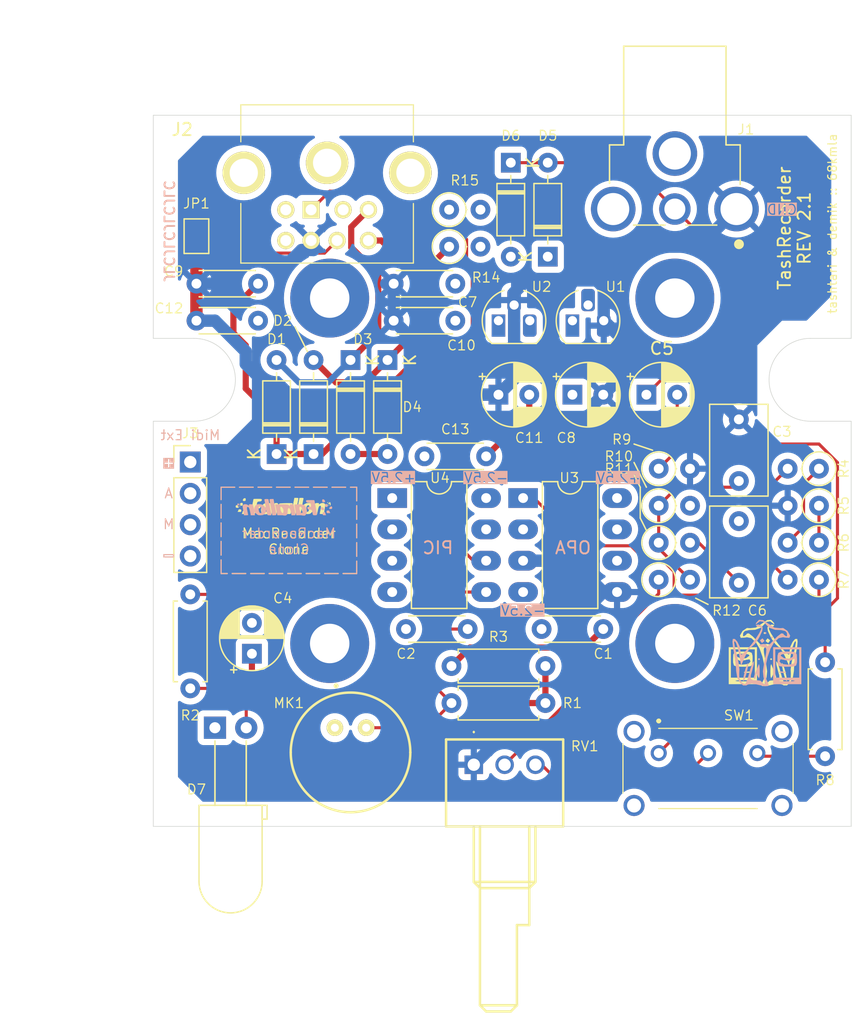
<source format=kicad_pcb>
(kicad_pcb (version 20240108) (generator "pcbnew") (generator_version "8.0")
  (title_block (title "TashRecorder") (date "2024-10-06") (rev "2.1") (company "Lostwave") (comment 1 "https://68kmla.org/bb/index.php?threads/tashrecorder-a-farallon-macrecorder-compatible-clone.47645/#post-534733") (comment 2 "https://github.com/lampmerchant/tashrecorder") (comment 3 "https://tinkerdifferent.com/threads/tashrecorder-a-farallon-macrecorder-compatible-clone.3632/"))
  (layers (0 "F.Cu" signal) (1 "In1.Cu" power) (2 "In2.Cu" signal) (31 "B.Cu" mixed) (34 "B.Paste" user) (35 "F.Paste" user) (36 "B.SilkS" user "B.Silkscreen") (37 "F.SilkS" user "F.Silkscreen") (38 "B.Mask" user) (39 "F.Mask" user) (44 "Edge.Cuts" user))
  (net 0 "")
  (net 1 "GND")
  (net 2 "Net-(C3-Pad1)")
  (net 3 "Net-(C2-Pad2)")
  (net 4 "Net-(MK1-+)")
  (net 5 "Net-(C4-Pad1)")
  (net 6 "Net-(D1-K)")
  (net 7 "Net-(D3-A)")
  (net 8 "-2V5")
  (net 9 "+2V5")
  (net 10 "Net-(D5-K)")
  (net 11 "Net-(D7-A)")
  (net 13 "/RXD-")
  (net 14 "/TXD+")
  (net 15 "/TXD-")
  (net 16 "Net-(U4-RA2)")
  (net 17 "/RXD+")
  (net 18 "/HSI")
  (net 19 "Net-(SW1-A)")
  (net 20 "Net-(U3A--)")
  (net 21 "Net-(C5-Pad2)")
  (net 22 "Net-(U3B--)")
  (net 23 "Net-(R12-Pad1)")
  (net 24 "Net-(SW1-C)")
  (net 25 "/MODE")
  (net 26 "/Audio")
  (net 27 "Net-(JP1-A)")
  (net 28 "Net-(SW1-B)")
  (net 29 "Net-(R4-Pad2)")
  (footprint "MountingHole:MountingHole_3.2mm_M3_Pad" (layer "F.Cu") (at 169.31 84.17)
    (property "Reference" "H2" (hide yes))
    (property "Value" "M3")
    (pad "1" thru_hole circle (at 0 0) (size 6.4 6.4) (drill 3.2) (layers "*.Cu" "*.Mask"))
  )
  (footprint "MountingHole:MountingHole_3.2mm_M3_Pad" (layer "F.Cu") (at 141.31 112.17)
    (property "Reference" "H3" (hide yes))
    (property "Value" "M3")
    (pad "1" thru_hole circle (at 0 0) (size 6.4 6.4) (drill 3.2) (layers "*.Cu" "*.Mask"))
  )
  (footprint "MountingHole:MountingHole_3.2mm_M3_Pad" (layer "F.Cu") (at 169.31 112.17)
    (property "Reference" "H4" (hide yes))
    (property "Value" "M3")
    (pad "1" thru_hole circle (at 0 0) (size 6.4 6.4) (drill 3.2) (layers "*.Cu" "*.Mask"))
  )
  (footprint "Resistor_THT:R_Axial_DIN0207_L6.3mm_D2.5mm_P7.62mm_Horizontal" (layer "F.Cu") (at 158.81 117 180)
    (property "Reference" "R1" (at -2.19 0 180) (layer "F.SilkS") (effects (font (size 0.8 0.8) (thickness 0.1))))
    (property "Value" "2.4kΩ")
    (pad "1" thru_hole circle (at 0 0 180) (size 1.6 1.6) (drill 0.8) (layers "*.Cu" "*.Mask") (net 5 "Net-(C4-Pad1)"))
    (pad "2" thru_hole oval (at 7.62 0 180) (size 1.6 1.6) (drill 0.8) (layers "*.Cu" "*.Mask") (net 4 "Net-(MK1-+)"))
  )
  (footprint "Package_TO_SOT_THT:TO-92_HandSolder" (layer "F.Cu") (at 161 86)
    (property "Reference" "U1" (at 3.5 -2.75 0) (layer "F.SilkS") (effects (font (size 0.8 0.8) (thickness 0.1))))
    (property "Value" "LM385Z-2.5")
    (pad "1" thru_hole rect (at 0 0) (size 1.1 1.8) (drill 0.75 (offset 0 0.4)) (layers "*.Cu" "*.Mask"))
    (pad "2" thru_hole roundrect (at 1.27 -1.27) (size 1.1 1.8) (drill 0.75 (offset 0 -0.4)) (layers "*.Cu" "*.Mask") (net 9 "+2V5"))
    (pad "3" thru_hole roundrect (at 2.54 0) (size 1.1 1.8) (drill 0.75 (offset 0 0.4)) (layers "*.Cu" "*.Mask") (net 1 "GND"))
  )
  (footprint "Package_DIP:DIP-8_W7.62mm_LongPads" (layer "F.Cu") (at 146.38 100.38)
    (property "Reference" "U4" (at 3.87 -1.63 0) (layer "F.SilkS") (effects (font (size 0.8 0.8) (thickness 0.1))))
    (property "Value" "PIC12F1501-xP")
    (pad "1" thru_hole rect (at 0 0) (size 2.4 1.6) (drill 0.8) (layers "*.Cu" "*.Mask") (net 9 "+2V5"))
    (pad "2" thru_hole oval (at 0 2.54) (size 2.4 1.6) (drill 0.8) (layers "*.Cu" "*.Mask") (net 13 "/RXD-"))
    (pad "3" thru_hole oval (at 0 5.08) (size 2.4 1.6) (drill 0.8) (layers "*.Cu" "*.Mask") (net 17 "/RXD+"))
    (pad "4" thru_hole oval (at 0 7.62) (size 2.4 1.6) (drill 0.8) (layers "*.Cu" "*.Mask") (net 25 "/MODE"))
    (pad "5" thru_hole oval (at 7.62 7.62) (size 2.4 1.6) (drill 0.8) (layers "*.Cu" "*.Mask") (net 16 "Net-(U4-RA2)"))
    (pad "6" thru_hole oval (at 7.62 5.08) (size 2.4 1.6) (drill 0.8) (layers "*.Cu" "*.Mask") (net 18 "/HSI"))
    (pad "7" thru_hole oval (at 7.62 2.54) (size 2.4 1.6) (drill 0.8) (layers "*.Cu" "*.Mask") (net 26 "/Audio"))
    (pad "8" thru_hole oval (at 7.62 0) (size 2.4 1.6) (drill 0.8) (layers "*.Cu" "*.Mask") (net 8 "-2V5"))
  )
  (footprint "Package_DIP:DIP-8_W7.62mm_LongPads" (layer "F.Cu") (at 157 100.38)
    (property "Reference" "U3" (at 3.75 -1.63 0) (layer "F.SilkS") (effects (font (size 0.8 0.8) (thickness 0.1))))
    (property "Value" "OPA2337")
    (pad "1" thru_hole rect (at 0 0) (size 2.4 1.6) (drill 0.8) (layers "*.Cu" "*.Mask") (net 19 "Net-(SW1-A)"))
    (pad "2" thru_hole oval (at 0 2.54) (size 2.4 1.6) (drill 0.8) (layers "*.Cu" "*.Mask") (net 20 "Net-(U3A--)"))
    (pad "3" thru_hole oval (at 0 5.08) (size 2.4 1.6) (drill 0.8) (layers "*.Cu" "*.Mask") (net 1 "GND"))
    (pad "4" thru_hole oval (at 0 7.62) (size 2.4 1.6) (drill 0.8) (layers "*.Cu" "*.Mask") (net 8 "-2V5"))
    (pad "5" thru_hole oval (at 7.62 7.62) (size 2.4 1.6) (drill 0.8) (layers "*.Cu" "*.Mask") (net 1 "GND"))
    (pad "6" thru_hole oval (at 7.62 5.08) (size 2.4 1.6) (drill 0.8) (layers "*.Cu" "*.Mask") (net 22 "Net-(U3B--)"))
    (pad "7" thru_hole oval (at 7.62 2.54) (size 2.4 1.6) (drill 0.8) (layers "*.Cu" "*.Mask") (net 26 "/Audio"))
    (pad "8" thru_hole oval (at 7.62 0) (size 2.4 1.6) (drill 0.8) (layers "*.Cu" "*.Mask") (net 9 "+2V5"))
  )
  (footprint "Capacitor_THT:CP_Radial_D5.0mm_P2.50mm" (layer "F.Cu") (at 135 113 90)
    (property "Reference" "C4" (at 4.5 2.5 0) (layer "F.SilkS") (effects (font (size 0.8 0.8) (thickness 0.1))))
    (property "Value" "22uF")
    (pad "1" thru_hole rect (at 0 0 90) (size 1.6 1.6) (drill 0.8) (layers "*.Cu" "*.Mask") (net 5 "Net-(C4-Pad1)"))
    (pad "2" thru_hole circle (at 2.5 0 90) (size 1.6 1.6) (drill 0.8) (layers "*.Cu" "*.Mask") (net 8 "-2V5"))
  )
  (footprint "MacRecorder:CUI_RCJ-013" (layer "F.Cu") (at 169.31 71 -90)
    (property "Reference" "J1" (at -0.5 -5.76308 180) (layer "F.SilkS") (effects (font (size 0.8 0.8) (thickness 0.1))))
    (property "Value" "RCJ-013")
    (pad "1A" thru_hole circle (at 5.95 -5 270) (size 3.616 3.616) (drill 2.6) (layers "*.Cu" "*.Mask") (net 1 "GND"))
    (pad "1B" thru_hole circle (at 5.95 5 270) (size 3.616 3.616) (drill 2.6) (layers "*.Cu" "*.Mask"))
    (pad "1C" thru_hole circle (at 1.45 0 270) (size 3.616 3.616) (drill 2.6) (layers "*.Cu" "*.Mask"))
    (pad "2" thru_hole circle (at 5.95 0 270) (size 2.55 2.55) (drill 1.7) (layers "*.Cu" "*.Mask") (net 10 "Net-(D5-K)"))
  )
  (footprint "Mini-DIN-8:57492681" (layer "F.Cu") (at 139.8 77.01)
    (property "Reference" "J2" (at -10.45 -6.51 0) (layer "F.SilkS"))
    (property "Value" "Mini-DIN-8" (hide yes))
    (pad "1" thru_hole rect (at 0 0 90) (size 1.39 1.39) (drill 0.89) (layers "*.Cu" "*.Mask" "F.SilkS") (net 18 "/HSI"))
    (pad "2" thru_hole circle (at 2.6 0 90) (size 1.39 1.39) (drill 0.89) (layers "*.Cu" "*.Mask" "F.SilkS"))
    (pad "3" thru_hole circle (at -2.05 0 90) (size 1.39 1.39) (drill 0.89) (layers "*.Cu" "*.Mask" "F.SilkS") (net 13 "/RXD-"))
    (pad "4" thru_hole circle (at 0 2.49 90) (size 1.39 1.39) (drill 0.89) (layers "*.Cu" "*.Mask" "F.SilkS") (net 1 "GND"))
    (pad "5" thru_hole circle (at 4.65 0 90) (size 1.39 1.39) (drill 0.89) (layers "*.Cu" "*.Mask" "F.SilkS") (net 15 "/TXD-"))
    (pad "6" thru_hole circle (at -2.05 2.49 90) (size 1.39 1.39) (drill 0.89) (layers "*.Cu" "*.Mask" "F.SilkS") (net 17 "/RXD+"))
    (pad "7" thru_hole circle (at 2.11 2.49 90) (size 1.39 1.39) (drill 0.89) (layers "*.Cu" "*.Mask" "F.SilkS") (net 27 "Net-(JP1-A)"))
    (pad "8" thru_hole circle (at 4.65 2.49 90) (size 1.39 1.39) (drill 0.89) (layers "*.Cu" "*.Mask" "F.SilkS") (net 14 "/TXD+"))
    (pad "MH1" thru_hole circle (at 8.06 -3 90) (size 3.44 3.44) (drill 2.29) (layers "*.Cu" "*.Mask" "F.SilkS"))
    (pad "MH2" thru_hole circle (at 1.3 -3.81 90) (size 3.44 3.44) (drill 2.29) (layers "*.Cu" "*.Mask" "F.SilkS"))
    (pad "MH3" thru_hole circle (at -5.46 -3 90) (size 3.44 3.44) (drill 2.29) (layers "*.Cu" "*.Mask" "F.SilkS"))
  )
  (footprint "Capacitor_THT:C_Disc_D4.3mm_W1.9mm_P5.00mm" (layer "F.Cu") (at 152.5 111 180)
    (property "Reference" "C2" (at 5 -2 180) (layer "F.SilkS") (effects (font (size 0.8 0.8) (thickness 0.1))))
    (property "Value" "100nF")
    (pad "1" thru_hole circle (at 0 0 180) (size 1.6 1.6) (drill 0.8) (layers "*.Cu" "*.Mask") (net 4 "Net-(MK1-+)"))
    (pad "2" thru_hole circle (at 5 0 180) (size 1.6 1.6) (drill 0.8) (layers "*.Cu" "*.Mask") (net 3 "Net-(C2-Pad2)"))
  )
  (footprint "Resistor_THT:R_Axial_DIN0207_L6.3mm_D2.5mm_P7.62mm_Horizontal" (layer "F.Cu") (at 130 108.19 -90)
    (property "Reference" "R2" (at 9.81 0 180) (layer "F.SilkS") (effects (font (size 0.8 0.8) (thickness 0.1))))
    (property "Value" "2.4kΩ")
    (pad "1" thru_hole circle (at 0 0 270) (size 1.6 1.6) (drill 0.8) (layers "*.Cu" "*.Mask") (net 16 "Net-(U4-RA2)"))
    (pad "2" thru_hole oval (at 7.62 0 270) (size 1.6 1.6) (drill 0.8) (layers "*.Cu" "*.Mask") (net 11 "Net-(D7-A)"))
  )
  (footprint "Capacitor_THT:C_Rect_L7.2mm_W4.5mm_P5.00mm_FKS2_FKP2_MKS2_MKP2" (layer "F.Cu") (at 174.5 99 90)
    (property "Reference" "C3" (at 4 3.5 0) (layer "F.SilkS") (effects (font (size 0.8 0.8) (thickness 0.1))))
    (property "Value" "6800pF")
    (pad "1" thru_hole circle (at 0 0 90) (size 1.6 1.6) (drill 0.8) (layers "*.Cu" "*.Mask") (net 2 "Net-(C3-Pad1)"))
    (pad "2" thru_hole circle (at 5 0 90) (size 1.6 1.6) (drill 0.8) (layers "*.Cu" "*.Mask") (net 1 "GND"))
  )
  (footprint "CMA-4544PF-W:CMA4544PFW" (layer "F.Cu") (at 141.73 119 90)
    (property "Reference" "MK1" (at 2 -3.73 180) (layer "F.SilkS") (effects (font (size 0.8 0.8) (thickness 0.1))))
    (property "Value" "Microphone" (hide yes))
    (pad "1" thru_hole circle (at 0 0 180) (size 1.333 1.333) (drill 0.65) (layers "*.Cu" "*.Mask" "F.SilkS") (net 8 "-2V5"))
    (pad "2" thru_hole circle (at 0 2.54 180) (size 1.333 1.333) (drill 0.65) (layers "*.Cu" "*.Mask" "F.SilkS") (net 4 "Net-(MK1-+)"))
  )
  (footprint "Resistor_THT:R_Axial_DIN0207_L6.3mm_D2.5mm_P7.62mm_Horizontal" (layer "F.Cu") (at 151.19 114)
    (property "Reference" "R3" (at 3.81 -2.37 0) (layer "F.SilkS") (effects (font (size 0.8 0.8) (thickness 0.1))))
    (property "Value" "1.2kΩ")
    (pad "1" thru_hole circle (at 0 0) (size 1.6 1.6) (drill 0.8) (layers "*.Cu" "*.Mask") (net 9 "+2V5"))
    (pad "2" thru_hole oval (at 7.62 0) (size 1.6 1.6) (drill 0.8) (layers "*.Cu" "*.Mask") (net 5 "Net-(C4-Pad1)"))
  )
  (footprint "Package_TO_SOT_THT:TO-92_HandSolder" (layer "F.Cu") (at 155 86)
    (property "Reference" "U2" (at 3.5 -2.75 0) (layer "F.SilkS") (effects (font (size 0.8 0.8) (thickness 0.1))))
    (property "Value" "LM385Z-2.5")
    (pad "1" thru_hole rect (at 0 0) (size 1.1 1.8) (drill 0.75 (offset 0 0.4)) (layers "*.Cu" "*.Mask"))
    (pad "2" thru_hole roundrect (at 1.27 -1.27) (size 1.1 1.8) (drill 0.75 (offset 0 -0.4)) (layers "*.Cu" "*.Mask") (net 1 "GND"))
    (pad "3" thru_hole roundrect (at 2.54 0) (size 1.1 1.8) (drill 0.75 (offset 0 0.4)) (layers "*.Cu" "*.Mask") (net 8 "-2V5"))
  )
  (footprint "Capacitor_THT:C_Disc_D4.3mm_W1.9mm_P5.00mm" (layer "F.Cu") (at 163.5 111 180)
    (property "Reference" "C1" (at 0 -2 180) (layer "F.SilkS") (effects (font (size 0.8 0.8) (thickness 0.1))))
    (property "Value" "100nF")
    (pad "1" thru_hole circle (at 0 0 180) (size 1.6 1.6) (drill 0.8) (layers "*.Cu" "*.Mask") (net 9 "+2V5"))
    (pad "2" thru_hole circle (at 5 0 180) (size 1.6 1.6) (drill 0.8) (layers "*.Cu" "*.Mask") (net 8 "-2V5"))
  )
  (footprint "Resistor_THT:R_Axial_DIN0207_L6.3mm_D2.5mm_P2.54mm_Vertical" (layer "F.Cu") (at 181 104 180)
    (property "Reference" "R6" (at -2 0 -90) (layer "F.SilkS") (effects (font (size 0.8 0.8) (thickness 0.1))))
    (property "Value" "2.4kΩ")
    (pad "1" thru_hole circle (at 0 0 180) (size 1.6 1.6) (drill 0.8) (layers "*.Cu" "*.Mask") (net 3 "Net-(C2-Pad2)"))
    (pad "2" thru_hole oval (at 2.54 0 180) (size 1.6 1.6) (drill 0.8) (layers "*.Cu" "*.Mask") (net 20 "Net-(U3A--)"))
  )
  (footprint "Resistor_THT:R_Axial_DIN0207_L6.3mm_D2.5mm_P2.54mm_Vertical" (layer "F.Cu") (at 181 107 180)
    (property "Reference" "R7" (at -2 0 -90) (layer "F.SilkS") (effects (font (size 0.8 0.8) (thickness 0.1))))
    (property "Value" "220kΩ")
    (pad "1" thru_hole circle (at 0 0 180) (size 1.6 1.6) (drill 0.8) (layers "*.Cu" "*.Mask") (net 19 "Net-(SW1-A)"))
    (pad "2" thru_hole oval (at 2.54 0 180) (size 1.6 1.6) (drill 0.8) (layers "*.Cu" "*.Mask") (net 29 "Net-(R4-Pad2)"))
  )
  (footprint "Capacitor_THT:C_Disc_D4.3mm_W1.9mm_P5.00mm" (layer "F.Cu") (at 151.5 86 180)
    (property "Reference" "C10" (at -0.5 -2 180) (layer "F.SilkS") (effects (font (size 0.8 0.8) (thickness 0.1))))
    (property "Value" "100nF")
    (pad "1" thru_hole circle (at 0 0 180) (size 1.6 1.6) (drill 0.8) (layers "*.Cu" "*.Mask") (net 8 "-2V5"))
    (pad "2" thru_hole circle (at 5 0 180) (size 1.6 1.6) (drill 0.8) (layers "*.Cu" "*.Mask") (net 1 "GND"))
  )
  (footprint "Resistor_THT:R_Axial_DIN0207_L6.3mm_D2.5mm_P2.54mm_Vertical" (layer "F.Cu") (at 181 98 180)
    (property "Reference" "R4" (at -2 0 -90) (layer "F.SilkS") (effects (font (size 0.8 0.8) (thickness 0.1))))
    (property "Value" "220kΩ")
    (pad "1" thru_hole circle (at 0 0 180) (size 1.6 1.6) (drill 0.8) (layers "*.Cu" "*.Mask") (net 20 "Net-(U3A--)"))
    (pad "2" thru_hole oval (at 2.54 0 180) (size 1.6 1.6) (drill 0.8) (layers "*.Cu" "*.Mask") (net 29 "Net-(R4-Pad2)"))
  )
  (footprint "Resistor_THT:R_Axial_DIN0207_L6.3mm_D2.5mm_P2.54mm_Vertical" (layer "F.Cu") (at 151 77)
    (property "Reference" "R15" (at 1.27 -2.37 0) (layer "F.SilkS") (effects (font (size 0.8 0.8) (thickness 0.1))))
    (property "Value" "47Ω")
    (pad "1" thru_hole circle (at 0 0) (size 1.6 1.6) (drill 0.8) (layers "*.Cu" "*.Mask") (net 7 "Net-(D3-A)"))
    (pad "2" thru_hole oval (at 2.54 0) (size 1.6 1.6) (drill 0.8) (layers "*.Cu" "*.Mask") (net 8 "-2V5"))
  )
  (footprint "LED_THT:LED_D5.0mm_Horizontal_O6.35mm_Z9.0mm" (layer "F.Cu") (at 132 119)
    (property "Reference" "D7" (at -1.5 5 0) (layer "F.SilkS") (effects (font (size 0.8 0.8) (thickness 0.1))))
    (property "Value" "LED")
    (pad "1" thru_hole rect (at 0 0) (size 1.8 1.8) (drill 0.9) (layers "*.Cu" "*.Mask") (net 8 "-2V5"))
    (pad "2" thru_hole circle (at 2.54 0) (size 1.8 1.8) (drill 0.9) (layers "*.Cu" "*.Mask") (net 11 "Net-(D7-A)"))
  )
  (footprint "Capacitor_THT:C_Disc_D4.3mm_W1.9mm_P5.00mm" (layer "F.Cu") (at 151.5 83 180)
    (property "Reference" "C7" (at -1 -1.5 180) (layer "F.SilkS") (effects (font (size 0.8 0.8) (thickness 0.1))))
    (property "Value" "100nF")
    (pad "1" thru_hole circle (at 0 0 180) (size 1.6 1.6) (drill 0.8) (layers "*.Cu" "*.Mask") (net 9 "+2V5"))
    (pad "2" thru_hole circle (at 5 0 180) (size 1.6 1.6) (drill 0.8) (layers "*.Cu" "*.Mask") (net 1 "GND"))
  )
  (footprint "Resistor_THT:R_Axial_DIN0207_L6.3mm_D2.5mm_P2.54mm_Vertical" (layer "F.Cu") (at 168 107)
    (property "Reference" "R12" (at 5.5 2.5 0) (layer "F.SilkS") (effects (font (size 0.8 0.8) (thickness 0.1))))
    (property "Value" "1.2kΩ")
    (pad "1" thru_hole circle (at 0 0) (size 1.6 1.6) (drill 0.8) (layers "*.Cu" "*.Mask") (net 23 "Net-(R12-Pad1)"))
    (pad "2" thru_hole oval (at 2.54 0) (size 1.6 1.6) (drill 0.8) (layers "*.Cu" "*.Mask") (net 2 "Net-(C3-Pad1)"))
  )
  (footprint "Capacitor_THT:C_Rect_L7.2mm_W4.5mm_P5.00mm_FKS2_FKP2_MKS2_MKP2" (layer "F.Cu") (at 174.5 107.25 90)
    (property "Reference" "C6" (at -2.25 1.5 0) (layer "F.SilkS") (effects (font (size 0.8 0.8) (thickness 0.1))))
    (property "Value" "680pF")
    (pad "1" thru_hole circle (at 0 0 90) (size 1.6 1.6) (drill 0.8) (layers "*.Cu" "*.Mask") (net 22 "Net-(U3B--)"))
    (pad "2" thru_hole circle (at 5 0 90) (size 1.6 1.6) (drill 0.8) (layers "*.Cu" "*.Mask") (net 26 "/Audio"))
  )
  (footprint "Resistor_THT:R_Axial_DIN0207_L6.3mm_D2.5mm_P7.62mm_Horizontal" (layer "F.Cu") (at 181.5 121.31 90)
    (property "Reference" "R8" (at -1.94 0 0) (layer "F.SilkS") (effects (font (size 0.8 0.8) (thickness 0.1))))
    (property "Value" "47Ω")
    (pad "1" thru_hole circle (at 0 0 90) (size 1.6 1.6) (drill 0.8) (layers "*.Cu" "*.Mask") (net 24 "Net-(SW1-C)"))
    (pad "2" thru_hole oval (at 7.62 0 90) (size 1.6 1.6) (drill 0.8) (layers "*.Cu" "*.Mask") (net 21 "Net-(C5-Pad2)"))
  )
  (footprint "Resistor_THT:R_Axial_DIN0207_L6.3mm_D2.5mm_P2.54mm_Vertical" (layer "F.Cu") (at 168 98)
    (property "Reference" "R9" (at -3 -2.37 0) (layer "F.SilkS") (effects (font (size 0.8 0.8) (thickness 0.1))))
    (property "Value" "220kΩ")
    (pad "1" thru_hole circle (at 0 0) (size 1.6 1.6) (drill 0.8) (layers "*.Cu" "*.Mask") (net 21 "Net-(C5-Pad2)"))
    (pad "2" thru_hole oval (at 2.54 0) (size 1.6 1.6) (drill 0.8) (layers "*.Cu" "*.Mask") (net 1 "GND"))
  )
  (footprint "Capacitor_THT:CP_Radial_D5.0mm_P2.50mm" (layer "F.Cu") (at 155 92)
    (property "Reference" "C11" (at 2.5 3.5 0) (layer "F.SilkS") (effects (font (size 0.8 0.8) (thickness 0.1))))
    (property "Value" "22uF")
    (pad "1" thru_hole rect (at 0 0) (size 1.6 1.6) (drill 0.8) (layers "*.Cu" "*.Mask") (net 1 "GND"))
    (pad "2" thru_hole circle (at 2.5 0) (size 1.6 1.6) (drill 0.8) (layers "*.Cu" "*.Mask") (net 8 "-2V5"))
  )
  (footprint "Capacitor_THT:CP_Radial_D5.0mm_P2.50mm" (layer "F.Cu") (at 161 92)
    (property "Reference" "C8" (at -0.5 3.5 0) (layer "F.SilkS") (effects (font (size 0.8 0.8) (thickness 0.1))))
    (property "Value" "22uF")
    (pad "1" thru_hole rect (at 0 0) (size 1.6 1.6) (drill 0.8) (layers "*.Cu" "*.Mask") (net 9 "+2V5"))
    (pad "2" thru_hole circle (at 2.5 0) (size 1.6 1.6) (drill 0.8) (layers "*.Cu" "*.Mask") (net 1 "GND"))
  )
  (footprint "Resistor_THT:R_Axial_DIN0207_L6.3mm_D2.5mm_P2.54mm_Vertical" (layer "F.Cu") (at 151 80)
    (property "Reference" "R14" (at 3 2.5 0) (layer "F.SilkS") (effects (font (size 0.8 0.8) (thickness 0.1))))
    (property "Value" "47Ω")
    (pad "1" thru_hole circle (at 0 0) (size 1.6 1.6) (drill 0.8) (layers "*.Cu" "*.Mask") (net 6 "Net-(D1-K)"))
    (pad "2" thru_hole oval (at 2.54 0) (size 1.6 1.6) (drill 0.8) (layers "*.Cu" "*.Mask") (net 9 "+2V5"))
  )
  (footprint "Resistor_THT:R_Axial_DIN0207_L6.3mm_D2.5mm_P2.54mm_Vertical" (layer "F.Cu") (at 168 101)
    (property "Reference" "R10" (at -2 -4 0) (layer "F.SilkS") (effects (font (size 0.8 0.8) (thickness 0.1)) (justify right)))
    (property "Value" "4.7kΩ")
    (pad "1" thru_hole circle (at 0 0) (size 1.6 1.6) (drill 0.8) (layers "*.Cu" "*.Mask") (net 2 "Net-(C3-Pad1)"))
    (pad "2" thru_hole oval (at 2.54 0) (size 1.6 1.6) (drill 0.8) (layers "*.Cu" "*.Mask") (net 26 "/Audio"))
  )
  (footprint "Diode_THT:D_DO-35_SOD27_P7.62mm_Horizontal" (layer "F.Cu") (at 140 96.81 90)
    (property "Reference" "D2" (at 10.81 -2.5 0) (layer "F.SilkS") (effects (font (size 0.8 0.8) (thickness 0.1))))
    (property "Value" "1N4148")
    (fp_text user "K" (at 0 -1.8 -90) (layer "F.SilkS"))
    (pad "1" thru_hole rect (at 0 0 90) (size 1.6 1.6) (drill 0.8) (layers "*.Cu" "*.Mask") (net 6 "Net-(D1-K)"))
    (pad "2" thru_hole oval (at 7.62 0 90) (size 1.6 1.6) (drill 0.8) (layers "*.Cu" "*.Mask") (net 14 "/TXD+"))
  )
  (footprint "Capacitor_THT:C_Disc_D4.3mm_W1.9mm_P5.00mm" (layer "F.Cu") (at 149 97)
    (property "Reference" "C13" (at 2.5 -2.2 0) (layer "F.SilkS") (effects (font (size 0.8 0.8) (thickness 0.1))))
    (property "Value" "100nF")
    (pad "1" thru_hole circle (at 0 0) (size 1.6 1.6) (drill 0.8) (layers "*.Cu" "*.Mask") (net 9 "+2V5"))
    (pad "2" thru_hole circle (at 5 0) (size 1.6 1.6) (drill 0.8) (layers "*.Cu" "*.Mask") (net 8 "-2V5"))
  )
  (footprint "Diode_THT:D_DO-35_SOD27_P7.62mm_Horizontal" (layer "F.Cu") (at 156 73.19 -90)
    (property "Reference" "D5" (at -2.19 -3 180) (layer "F.SilkS") (effects (font (size 0.8 0.8) (thickness 0.1))))
    (property "Value" "1N4148")
    (fp_text user "K" (at 0 -1.8 90) (layer "F.SilkS"))
    (pad "1" thru_hole rect (at 0 0 270) (size 1.6 1.6) (drill 0.8) (layers "*.Cu" "*.Mask") (net 10 "Net-(D5-K)"))
    (pad "2" thru_hole oval (at 7.62 0 270) (size 1.6 1.6) (drill 0.8) (layers "*.Cu" "*.Mask") (net 8 "-2V5"))
  )
  (footprint "Capacitor_THT:C_Disc_D4.3mm_W1.9mm_P5.00mm" (layer "F.Cu") (at 135.5 83 180)
    (property "Reference" "C9" (at 6 1 180) (layer "F.SilkS") (effects (font (size 0.8 0.8) (thickness 0.1)) (justify right)))
    (property "Value" "100nF")
    (pad "1" thru_hole circle (at 0 0 180) (size 1.6 1.6) (drill 0.8) (layers "*.Cu" "*.Mask") (net 6 "Net-(D1-K)"))
    (pad "2" thru_hole circle (at 5 0 180) (size 1.6 1.6) (drill 0.8) (layers "*.Cu" "*.Mask") (net 1 "GND"))
  )
  (footprint "Connector_PinHeader_2.54mm:PinHeader_1x04_P2.54mm_Vertical" (layer "F.Cu") (at 130 97.46)
    (property "Reference" "J3" (at 0 -2.33 0) (layer "F.SilkS") (effects (font (size 0.8 0.8) (thickness 0.1))))
    (property "Value" "Conn_01x04")
    (pad "1" thru_hole rect (at 0 0) (size 1.7 1.7) (drill 1) (layers "*.Cu" "*.Mask") (net 9 "+2V5"))
    (pad "2" thru_hole oval (at 0 2.54) (size 1.7 1.7) (drill 1) (layers "*.Cu" "*.Mask") (net 26 "/Audio"))
    (pad "3" thru_hole oval (at 0 5.08) (size 1.7 1.7) (drill 1) (layers "*.Cu" "*.Mask") (net 25 "/MODE"))
    (pad "4" thru_hole oval (at 0 7.62) (size 1.7 1.7) (drill 1) (layers "*.Cu" "*.Mask") (net 8 "-2V5"))
  )
  (footprint "LOGO" (layer "F.Cu") (at 176.5 113)
    (property "Reference" "G***" (hide yes))
    (property "Value" "LOGO" (hide yes))
  )
  (footprint "Capacitor_THT:C_Disc_D4.3mm_W1.9mm_P5.00mm" (layer "F.Cu") (at 135.5 86 180)
    (property "Reference" "C12" (at 6 1 180) (layer "F.SilkS") (effects (font (size 0.8 0.8) (thickness 0.1)) (justify right)))
    (property "Value" "100nF")
    (pad "1" thru_hole circle (at 0 0 180) (size 1.6 1.6) (drill 0.8) (layers "*.Cu" "*.Mask") (net 7 "Net-(D3-A)"))
    (pad "2" thru_hole circle (at 5 0 180) (size 1.6 1.6) (drill 0.8) (layers "*.Cu" "*.Mask") (net 1 "GND"))
  )
  (footprint "Capacitor_THT:CP_Radial_D5.0mm_P2.50mm" (layer "F.Cu") (at 167 92)
    (property "Reference" "C5" (at 1.25 -3.75 0) (layer "F.SilkS"))
    (property "Value" "22uF")
    (pad "1" thru_hole rect (at 0 0) (size 1.6 1.6) (drill 0.8) (layers "*.Cu" "*.Mask") (net 10 "Net-(D5-K)"))
    (pad "2" thru_hole circle (at 2.5 0) (size 1.6 1.6) (drill 0.8) (layers "*.Cu" "*.Mask") (net 21 "Net-(C5-Pad2)"))
  )
  (footprint "MountingHole:MountingHole_3.2mm_M3_Pad" (layer "F.Cu") (at 141.31 84.17)
    (property "Reference" "H1" (hide yes))
    (property "Value" "M3")
    (pad "1" thru_hole circle (at 0 0) (size 6.4 6.4) (drill 3.2) (layers "*.Cu" "*.Mask"))
  )
  (footprint "Diode_THT:D_DO-35_SOD27_P7.62mm_Horizontal" (layer "F.Cu") (at 143 89.19 -90)
    (property "Reference" "D3" (at -1.69 -1 180) (layer "F.SilkS") (effects (font (size 0.8 0.8) (thickness 0.1))))
    (property "Value" "1N4148")
    (fp_text user "K" (at 0 -1.8 90) (layer "F.SilkS"))
    (pad "1" thru_hole rect (at 0 0 270) (size 1.6 1.6) (drill 0.8) (layers "*.Cu" "*.Mask") (net 15 "/TXD-"))
    (pad "2" thru_hole oval (at 7.62 0 270) (size 1.6 1.6) (drill 0.8) (layers "*.Cu" "*.Mask") (net 7 "Net-(D3-A)"))
  )
  (footprint "MacRecorder:PTD9011015FA203" (layer "F.Cu") (at 153 122 -90)
    (property "Reference" "RV1" (at -1.5 -9 0) (layer "F.SilkS") (effects (font (size 0.8 0.8) (thickness 0.1))))
    (property "Value" "100k" (hide yes))
    (pad "1" thru_hole rect (at 0 0 270) (size 1.5 1.5) (drill 1) (layers "*.Cu" "*.Mask") (net 1 "GND"))
    (pad "2" thru_hole circle (at 0 -2.5 270) (size 1.5 1.5) (drill 1) (layers "*.Cu" "*.Mask") (net 23 "Net-(R12-Pad1)"))
    (pad "3" thru_hole circle (at 0 -5 270) (size 1.5 1.5) (drill 1) (layers "*.Cu" "*.Mask") (net 28 "Net-(SW1-B)"))
  )
  (footprint "Resistor_THT:R_Axial_DIN0207_L6.3mm_D2.5mm_P2.54mm_Vertical" (layer "F.Cu") (at 181 101 180)
    (property "Reference" "R5" (at -2 0 -90) (layer "F.SilkS") (effects (font (size 0.8 0.8) (thickness 0.1))))
    (property "Value" "220kΩ")
    (pad "1" thru_hole circle (at 0 0 180) (size 1.6 1.6) (drill 0.8) (layers "*.Cu" "*.Mask") (net 3 "Net-(C2-Pad2)"))
    (pad "2" thru_hole oval (at 2.54 0 180) (size 1.6 1.6) (drill 0.8) (layers "*.Cu" "*.Mask") (net 1 "GND"))
  )
  (footprint "Resistor_THT:R_Axial_DIN0207_L6.3mm_D2.5mm_P2.54mm_Vertical" (layer "F.Cu") (at 168 104)
    (property "Reference" "R11" (at -2 -6 0) (layer "F.SilkS") (effects (font (size 0.8 0.8) (thickness 0.1)) (justify right)))
    (property "Value" "10kΩ")
    (pad "1" thru_hole circle (at 0 0) (size 1.6 1.6) (drill 0.8) (layers "*.Cu" "*.Mask") (net 2 "Net-(C3-Pad1)"))
    (pad "2" thru_hole oval (at 2.54 0) (size 1.6 1.6) (drill 0.8) (layers "*.Cu" "*.Mask") (net 22 "Net-(U3B--)"))
  )
  (footprint "MacRecorder:EG1224" (layer "F.Cu") (at 168 121.0525)
    (property "Reference" "SW1" (at 6.5 -3.0525 0) (layer "F.SilkS") (effects (font (size 0.8 0.8) (thickness 0.1))))
    (property "Value" "EG 1224 SPDT" (hide yes))
    (pad "1" thru_hole circle (at 0 0) (size 1.3 1.3) (drill 0.8) (layers "*.Cu" "*.Mask") (net 19 "Net-(SW1-A)"))
    (pad "2" thru_hole circle (at 4 0) (size 1.3 1.3) (drill 0.8) (layers "*.Cu" "*.Mask") (net 28 "Net-(SW1-B)"))
    (pad "3" thru_hole circle (at 8 0) (size 1.3 1.3) (drill 0.8) (layers "*.Cu" "*.Mask") (net 24 "Net-(SW1-C)"))
    (pad "MH1" thru_hole circle (at -2 4.25) (size 1.71 1.71) (drill 1.14) (layers "*.Cu" "*.Mask"))
    (pad "MH2" thru_hole circle (at -2 -1.75) (size 1.71 1.71) (drill 1.14) (layers "*.Cu" "*.Mask"))
    (pad "MH3" thru_hole circle (at 10 -1.75) (size 1.71 1.71) (drill 1.14) (layers "*.Cu" "*.Mask"))
    (pad "MH4" thru_hole circle (at 10 4.25) (size 1.71 1.71) (drill 1.14) (layers "*.Cu" "*.Mask"))
  )
  (footprint "Diode_THT:D_DO-35_SOD27_P7.62mm_Horizontal" (layer "F.Cu") (at 137 96.81 90)
    (property "Reference" "D1" (at 9.31 0 0) (layer "F.SilkS") (effects (font (size 0.8 0.8) (thickness 0.1))))
    (property "Value" "1N4148")
    (fp_text user "K" (at 0 -1.8 -90) (layer "F.SilkS"))
    (pad "1" thru_hole rect (at 0 0 90) (size 1.6 1.6) (drill 0.8) (layers "*.Cu" "*.Mask") (net 6 "Net-(D1-K)"))
    (pad "2" thru_hole oval (at 7.62 0 90) (size 1.6 1.6) (drill 0.8) (layers "*.Cu" "*.Mask") (net 15 "/TXD-"))
  )
  (footprint "MacRecorder:Farallon" (layer "F.Cu") (at 137.5 101)
    (property "Reference" "GF" (hide yes))
    (property "Value" "LOGO" (hide yes))
  )
  (footprint "Diode_THT:D_DO-35_SOD27_P7.62mm_Horizontal" (layer "F.Cu") (at 146 89.19 -90)
    (property "Reference" "D4" (at 3.81 -2 180) (layer "F.SilkS") (effects (font (size 0.8 0.8) (thickness 0.1))))
    (property "Value" "1N4148")
    (fp_text user "K" (at 0 -1.8 90) (layer "F.SilkS"))
    (pad "1" thru_hole rect (at 0 0 270) (size 1.6 1.6) (drill 0.8) (layers "*.Cu" "*.Mask") (net 14 "/TXD+"))
    (pad "2" thru_hole oval (at 7.62 0 270) (size 1.6 1.6) (drill 0.8) (layers "*.Cu" "*.Mask") (net 7 "Net-(D3-A)"))
  )
  (footprint "Jumper:SolderJumper-2_P1.3mm_Open_Pad1.0x1.5mm" (layer "F.Cu") (at 130.5 79.15 -90)
    (property "Reference" "JP1" (at -2.65 0 0) (layer "F.SilkS") (effects (font (size 0.8 0.8) (thickness 0.1))))
    (property "Value" "GPIn to GND")
    (pad "1" smd rect (at -0.65 0 270) (size 1 1.5) (layers "F.Cu" "F.Mask") (net 27 "Net-(JP1-A)"))
    (pad "2" smd rect (at 0.65 0 270) (size 1 1.5) (layers "F.Cu" "F.Mask") (net 1 "GND"))
  )
  (footprint "Diode_THT:D_DO-35_SOD27_P7.62mm_Horizontal" (layer "F.Cu") (at 159 80.81 90)
    (property "Reference" "D6" (at 9.81 -3 0) (layer "F.SilkS") (effects (font (size 0.8 0.8) (thickness 0.1))))
    (property "Value" "1N4148")
    (fp_text user "K" (at 0 -1.8 -90) (layer "F.SilkS"))
    (pad "1" thru_hole rect (at 0 0 90) (size 1.6 1.6) (drill 0.8) (layers "*.Cu" "*.Mask") (net 9 "+2V5"))
    (pad "2" thru_hole oval (at 7.62 0 90) (size 1.6 1.6) (drill 0.8) (layers "*.Cu" "*.Mask") (net 10 "Net-(D5-K)"))
  )
  (footprint "LOGO" (layer "B.Cu") (at 176.75 113 180)
    (property "Reference" "G***" (hide yes))
    (property "Value" "LOGO" (hide yes))
  )
  (footprint "MacRecorder:Farallon" (layer "B.Cu") (at 137.697297 101.097576 180)
    (property "Reference" "GB" (hide yes))
    (property "Value" "LOGO" (hide yes))
  )
  (gr_rect (start 132.5 99.5) (end 143.5 106.5) (stroke (width 0.2)) (fill solid) (layer "F.Cu"))
  (gr_rect (start 132.5 99.5) (end 143.5 106.5) (stroke (width 0.1) (type dash)) (fill none) (layer "B.SilkS"))
  (gr_line (start 167 99.5) (end 166 97.5) (stroke (width 0.12)) (layer "F.SilkS"))
  (gr_line (start 166.5 102) (end 167 103) (stroke (width 0.12)) (layer "F.SilkS"))
  (gr_line (start 166 96) (end 167.5 96.5) (stroke (width 0.12)) (layer "F.SilkS"))
  (gr_line (start 172 109) (end 171 108.5) (stroke (width 0.12)) (layer "F.SilkS"))
  (gr_line (start 138.5 86.5) (end 139.5 88.5) (stroke (width 0.12)) (layer "F.SilkS"))
  (gr_line (start 166 98.5) (end 166.5 99.5) (stroke (width 0.12)) (layer "F.SilkS"))
  (gr_rect (start 132.5 99.5) (end 143.5 106.5) (stroke (width 0.1) (type dash)) (fill none) (layer "F.SilkS"))
  (gr_line (start 166.5 99.5) (end 166.5 102) (stroke (width 0.12)) (layer "F.SilkS"))
  (gr_line (start 127 87.434) (end 127 69.344) (stroke (width 0.05)) (layer "Edge.Cuts"))
  (gr_line (start 180.308 94.15) (end 183.61 94.15) (stroke (width 0.05)) (layer "Edge.Cuts"))
  (gr_line (start 130.302 94.15) (end 127 94.15) (stroke (width 0.05)) (layer "Edge.Cuts"))
  (gr_arc (start 130.302 87.434) (mid 133.66 90.792) (end 130.302 94.15) (stroke (width 0.05)) (layer "Edge.Cuts"))
  (gr_line (start 127 87.434) (end 130.302 87.434) (stroke (width 0.05)) (layer "Edge.Cuts"))
  (gr_line (start 127 127) (end 127 94.15) (stroke (width 0.05)) (layer "Edge.Cuts"))
  (gr_line (start 183.61 127) (end 127 127) (stroke (width 0.05)) (layer "Edge.Cuts"))
  (gr_line (start 183.61 69.344) (end 127 69.344) (stroke (width 0.05)) (layer "Edge.Cuts"))
  (gr_line (start 180.308 87.434) (end 183.61 87.434) (stroke (width 0.05)) (layer "Edge.Cuts"))
  (gr_line (start 183.61 127) (end 183.61 94.15) (stroke (width 0.05)) (layer "Edge.Cuts"))
  (gr_line (start 183.61 87.434) (end 183.61 69.344) (stroke (width 0.05)) (layer "Edge.Cuts"))
  (gr_arc (start 180.308 94.15) (mid 176.95 90.792) (end 180.308 87.434) (stroke (width 0.05)) (layer "Edge.Cuts"))
  (gr_text "MacRecorder\nClone" (at 138 105 -0) (layer "B.SilkS") (effects (font (size 0.8 0.8) (thickness 0.1)) (justify bottom mirror)))
  (gr_text "M" (at 128.25 102.5 0) (layer "B.SilkS") (effects (font (size 0.8 0.8) (thickness 0.1))))
  (gr_text "PIC" (at 148.75 105 0) (layer "B.SilkS") (effects (font (size 1 1)) (justify right bottom mirror)))
  (gr_text "-" (at 128.25 105 0) (layer "B.SilkS" knockout) (effects (font (size 0.8 0.8) (thickness 0.1))))
  (gr_text "-2.5V" (at 154 98.75 0) (layer "B.SilkS" knockout) (effects (font (size 0.8 0.8) (thickness 0.1)) (justify mirror)))
  (gr_text "+" (at 128.25 97.5 0) (layer "B.SilkS" knockout) (effects (font (size 0.8 0.8) (thickness 0.1))))
  (gr_text "Midi Ext" (at 132.5 95.75 -0) (layer "B.SilkS") (effects (font (size 0.8 0.8) (thickness 0.1)) (justify left bottom mirror)))
  (gr_text "A" (at 128.25 100 0) (layer "B.SilkS") (effects (font (size 0.8 0.8) (thickness 0.1))))
  (gr_text "GND" (at 178 77 0) (layer "B.SilkS" knockout) (effects (font (size 0.8 0.8) (thickness 0.1)) (justify mirror)))
  (gr_text "OPA" (at 159.5 105 0) (layer "B.SilkS") (effects (font (size 1 1)) (justify right bottom mirror)))
  (gr_text "JLCJLCJLCJLC" (at 128.27 78.74 -90) (layer "B.SilkS") (effects (font (size 0.8 0.8)) (justify mirror)))
  (gr_text "+2.5V" (at 146.5 98.75 0) (layer "B.SilkS" knockout) (effects (font (size 0.8 0.8) (thickness 0.1)) (justify mirror)))
  (gr_text "-2.5V" (at 157 109.5 0) (layer "B.SilkS" knockout) (effects (font (size 0.8 0.8) (thickness 0.1)) (justify mirror)))
  (gr_text "+2.5V" (at 164.75 98.75 0) (layer "B.SilkS" knockout) (effects (font (size 0.8 0.8) (thickness 0.1)) (justify mirror)))
  (gr_text "TashRecorder\nREV 2.1" (at 179 78.5 90) (layer "F.SilkS") (effects (font (size 1 1))))
  (gr_text "tashtari & demik :: 68kmla" (at 182.5 85.5 90) (layer "F.SilkS") (effects (font (size 0.7 0.7) (thickness 0.1)) (justify left bottom)))
  (gr_text "MacRecorder\nClone" (at 138 105 0) (layer "F.SilkS") (effects (font (size 0.8 0.8) (thickness 0.1)) (justify bottom)))
  (segment (start 130.5 83) (end 130.5 79.8) (width 1) (layer "F.Cu") (net 1))
  (segment (start 130.5 86) (end 130.5 83) (width 1) (layer "F.Cu") (net 1))
  (segment (start 152.5 92) (end 146.5 86) (width 1) (layer "B.Cu") (net 1))
  (segment (start 162.956478 82.73) (end 165.686478 80) (width 1) (layer "B.Cu") (net 1))
  (segment (start 140 79.7) (end 139.8 79.5) (width 1) (layer "B.Cu") (net 1))
  (segment (start 163.5 108) (end 164.62 108) (width 1) (layer "B.Cu") (net 1))
  (segment (start 163.5 92) (end 166.5 89) (width 1) (layer "B.Cu") (net 1))
  (segment (start 134.5 88.5) (end 132 86) (width 1) (layer "B.Cu") (net 1))
  (segment (start 173.5 89) (end 173.5 93) (width 1) (layer "B.Cu") (net 1))
  (segment (start 140 80.27) (end 140 79.7) (width 1) (layer "B.Cu") (net 1))
  (segment (start 155.5 119.5) (end 159 119.5) (width 1) (layer "B.Cu") (net 1))
  (segment (start 155 92) (end 156.27 90.73) (width 1) (layer "B.Cu") (net 1))
  (segment (start 161 110.5) (end 163.5 108) (width 1) (layer "B.Cu") (net 1))
  (segment (start 161 117.5) (end 161 110.5) (width 1) (layer "B.Cu") (net 1))
  (segment (start 134 81) (end 136 81) (width 1) (layer "B.Cu") (net 1))
  (segment (start 173.5 93) (end 174.5 94) (width 1) (layer "B.Cu") (net 1))
  (segment (start 163.5 108) (end 162.72 107.22) (width 1) (layer "B.Cu") (net 1))
  (segment (start 139.03 80.27) (end 140 80.27) (width 1) (layer "B.Cu") (net 1))
  (segment (start 162.72 92.78) (end 163.5 92) (width 1) (layer "B.Cu") (net 1))
  (segment (start 166.54 89) (end 173.5 89) (width 1) (layer "B.Cu") (net 1))
  (segment (start 162.956478 82.73) (end 157.27 82.73) (width 1) (layer "B.Cu") (net 1))
  (segment (start 157.27 82.73) (end 156.27 83.73) (width 1) (layer "B.Cu") (net 1))
  (segment (start 130.5 83) (end 132 83) (width 1) (layer "B.Cu") (net 1))
  (segment (start 163.54 86) (end 166.54 89) (width 1) (layer "B.Cu") (net 1))
  (segment (start 165.686478 80) (end 171.26 80) (width 1) (layer "B.Cu") (net 1))
  (segment (start 134.5 89.5) (end 134.5 88.5) (width 1) (layer "B.Cu") (net 1))
  (segment (start 163.54 83.313522) (end 162.956478 82.73) (width 1) (layer "B.Cu") (net 1))
  (segment (start 137.8 81.5) (end 139.03 80.27) (width 1) (layer "B.Cu") (net 1))
  (segment (start 162.72 107.22) (end 162.72 105.5) (width 1) (layer "B.Cu") (net 1))
  (segment (start 132 86) (end 130.5 86) (width 1) (layer "B.Cu") (net 1))
  (segment (start 132 83) (end 134 81) (width 1) (layer "B.Cu") (net 1))
  (segment (start 155 92) (end 152.5 92) (width 1) (layer "B.Cu") (net 1))
  (segment (start 162.72 105.5) (end 162.72 92.78) (width 1) (layer "B.Cu") (net 1))
  (segment (start 153 122) (end 155.5 119.5) (width 1) (layer "B.Cu") (net 1))
  (segment (start 137 92) (end 134.5 89.5) (width 1) (layer "B.Cu") (net 1))
  (segment (start 162.68 105.46) (end 162.72 105.5) (width 1) (layer "B.Cu") (net 1))
  (segment (start 163.54 86) (end 163.54 83.313522) (width 1) (layer "B.Cu") (net 1))
  (segment (start 166.5 89) (end 166.54 89) (width 1) (layer "B.Cu") (net 1))
  (segment (start 136.5 81.5) (end 137.8 81.5) (width 1) (layer "B.Cu") (net 1))
  (segment (start 159 119.5) (end 161 117.5) (width 1) (layer "B.Cu") (net 1))
  (segment (start 146.5 86) (end 146.5 83) (width 1) (layer "B.Cu") (net 1))
  (segment (start 156.27 84.73) (end 156.27 86) (width 1) (layer "B.Cu") (net 1))
  (segment (start 136 81) (end 136.5 81.5) (width 1) (layer "B.Cu") (net 1))
  (segment (start 155 92) (end 137 92) (width 1) (layer "B.Cu") (net 1))
  (segment (start 145.896974 83) (end 146.5 83) (width 1) (layer "B.Cu") (net 1))
  (segment (start 156.27 90.73) (end 156.27 86) (width 1) (layer "B.Cu") (net 1))
  (segment (start 171.26 80) (end 174.31 76.95) (width 1) (layer "B.Cu") (net 1))
  (segment (start 157 105.46) (end 162.68 105.46) (width 1) (layer "B.Cu") (net 1))
  (segment (start 156.27 83.73) (end 156.27 84.73) (width 1) (layer "B.Cu") (net 1))
  (segment (start 168 104) (end 168 101) (width 0.25) (layer "F.Cu") (net 2))
  (segment (start 169.5 99.5) (end 168 101) (width 0.25) (layer "F.Cu") (net 2))
  (segment (start 170.54 107) (end 168 104.46) (width 0.25) (layer "F.Cu") (net 2))
  (segment (start 174 99.5) (end 169.5 99.5) (width 0.25) (layer "F.Cu") (net 2))
  (segment (start 174.5 99) (end 174 99.5) (width 0.25) (layer "F.Cu") (net 2))
  (segment (start 181 101) (end 181 104) (width 0.25) (layer "F.Cu") (net 3))
  (segment (start 149.19 119) (end 151.19 117) (width 0.25) (layer "F.Cu") (net 4))
  (segment (start 144.27 119) (end 149.19 119) (width 0.25) (layer "F.Cu") (net 4))
  (segment (start 149.5 112.5) (end 151 111) (width 0.25) (layer "F.Cu") (net 4))
  (segment (start 151.19 117) (end 149.5 115.31) (width 0.25) (layer "F.Cu") (net 4))
  (segment (start 151 111) (end 152.5 111) (width 0.25) (layer "F.Cu") (net 4))
  (segment (start 149.5 115.31) (end 149.5 112.5) (width 0.25) (layer "F.Cu") (net 4))
  (segment (start 135 116) (end 135 113) (width 0.5) (layer "F.Cu") (net 5))
  (segment (start 158.81 117) (end 158.81 114) (width 0.5) (layer "F.Cu") (net 5))
  (segment (start 158.81 117) (end 155.81 117) (width 0.5) (layer "F.Cu") (net 5))
  (segment (start 152.31 120.5) (end 155.81 117) (width 0.5) (layer "F.Cu") (net 5))
  (segment (start 139.5 120.5) (end 135 116) (width 0.5) (layer "F.Cu") (net 5))
  (segment (start 152.31 120.5) (end 139.5 120.5) (width 0.5) (layer "F.Cu") (net 5))
  (segment (start 134.5 88) (end 133.5 87) (width 0.5) (layer "F.Cu") (net 6))
  (segment (start 137 96.81) (end 137 94) (width 0.5) (layer "F.Cu") (net 6))
  (segment (start 149.75 81.25) (end 149.75 87.75) (width 0.5) (layer "F.Cu") (net 6))
  (segment (start 133.5 87) (end 133.5 85) (width 0.5) (layer "F.Cu") (net 6))
  (segment (start 137 94) (end 134.5 91.5) (width 0.5) (layer "F.Cu") (net 6))
  (segment (start 133.5 85) (end 135.5 83) (width 0.5) (layer "F.Cu") (net 6))
  (segment (start 149.75 87.75) (end 140.69 96.81) (width 0.5) (layer "F.Cu") (net 6))
  (segment (start 137 96.81) (end 140 96.81) (width 0.5) (layer "F.Cu") (net 6))
  (segment (start 140.69 96.81) (end 140 96.81) (width 0.5) (layer "F.Cu") (net 6))
  (segment (start 134.5 91.5) (end 134.5 88) (width 0.5) (layer "F.Cu") (net 6))
  (segment (start 151 80) (end 149.75 81.25) (width 0.5) (layer "F.Cu") (net 6))
  (segment (start 146 96.81) (end 143 96.81) (width 0.5) (layer "F.Cu") (net 7))
  (segment (start 157.5 92) (end 157.5 93.5) (width 0.5) (layer "F.Cu") (net 8))
  (segment (start 157.5 93.5) (end 154 97) (width 0.5) (layer "F.Cu") (net 8))
  (segment (start 152.69 112.5) (end 162 112.5) (width 0.5) (layer "F.Cu") (net 9))
  (segment (start 162 112.5) (end 163.5 111) (width 0.5) (layer "F.Cu") (net 9))
  (segment (start 151.19 114) (end 152.69 112.5) (width 0.5) (layer "F.Cu") (net 9))
  (segment (start 174.5 82.14) (end 169.31 76.95) (width 0.25) (layer "F.Cu") (net 10))
  (segment (start 165.55 73.19) (end 169.31 76.95) (width 0.25) (layer "F.Cu") (net 10))
  (segment (start 156 73.19) (end 159 73.19) (width 0.25) (layer "F.Cu") (net 10))
  (segment (start 167 92) (end 174.5 84.5) (width 0.25) (layer "F.Cu") (net 10))
  (segment (start 174.5 84.5) (end 174.5 82.14) (width 0.25) (layer "F.Cu") (net 10))
  (segment (start 159 73.19) (end 165.55 73.19) (width 0.25) (layer "F.Cu") (net 10))
  (segment (start 134.54 117.54) (end 132.81 115.81) (width 0.25) (layer "F.Cu") (net 11))
  (segment (start 132.81 115.81) (end 130 115.81) (width 0.25) (layer "F.Cu") (net 11))
  (segment (start 134.54 119) (end 134.54 117.54) (width 0.25) (layer "F.Cu") (net 11))
  (segment (start 140 89.19) (end 141.81 91) (width 0.5) (layer "F.Cu") (net 14))
  (segment (start 149 86.19) (end 149 83) (width 0.5) (layer "F.Cu") (net 14))
  (segment (start 144.19 91) (end 146 89.19) (width 0.5) (layer "F.Cu") (net 14))
  (segment (start 149 83) (end 145.5 79.5) (width 0.5) (layer "F.Cu") (net 14))
  (segment (start 146 89.19) (end 149 86.19) (width 0.5) (layer "F.Cu") (net 14))
  (segment (start 145.5 79.5) (end 144.45 79.5) (width 0.5) (layer "F.Cu") (net 14))
  (segment (start 141.81 91) (end 144.19 91) (width 0.5) (layer "F.Cu") (net 14))
  (segment (start 145.25 82.25) (end 143.055 80.055) (width 0.5) (layer "F.Cu") (net 15))
  (segment (start 143.055 78.405) (end 144.45 77.01) (width 0.5) (layer "F.Cu") (net 15))
  (segment (start 145.25 86.94) (end 145.25 82.25) (width 0.5) (layer "F.Cu") (net 15))
  (segment (start 143 89.19) (end 145.25 86.94) (width 0.5) (layer "F.Cu") (net 15))
  (segment (start 143.055 80.055) (end 143.055 78.405) (width 0.5) (layer "F.Cu") (net 15))
  (segment (start 141.19 91) (end 143 89.19) (width 0.5) (layer "B.Cu") (net 15))
  (segment (start 138.81 91) (end 141.19 91) (width 0.5) (layer "B.Cu") (net 15))
  (segment (start 137 89.19) (end 138.81 91) (width 0.5) (layer "B.Cu") (net 15))
  (segment (start 130 108.19) (end 143.69 108.19) (width 0.25) (layer "F.Cu") (net 16))
  (segment (start 148 109.5) (end 149.5 108) (width 0.25) (layer "F.Cu") (net 16))
  (segment (start 149.5 108) (end 154 108) (width 0.25) (layer "F.Cu") (net 16))
  (segment (start 145 109.5) (end 148 109.5) (width 0.25) (layer "F.Cu") (net 16))
  (segment (start 143.69 108.19) (end 145 109.5) (width 0.25) (layer "F.Cu") (net 16))
  (segment (start 145.5 75.5) (end 148.5 78.5) (width 0.25) (layer "F.Cu") (net 18))
  (segment (start 148.5 78.5) (end 151.5 78.5) (width 0.25) (layer "F.Cu") (net 18))
  (segment (start 141.31 75.5) (end 145.5 75.5) (width 0.25) (layer "F.Cu") (net 18))
  (segment (start 151.125 97.625) (end 151.125 103.625) (width 0.25) (layer "F.Cu") (net 18))
  (segment (start 139.8 77.01) (end 141.31 75.5) (width 0.25) (layer "F.Cu") (net 18))
  (segment (start 151.125 103.625) (end 152.96 105.46) (width 0.25) (layer "F.Cu") (net 18))
  (segment (start 152.415 81.415) (end 153 82) (width 0.25) (layer "F.Cu") (net 18))
  (segment (start 151.5 78.5) (end 152.415 79.415) (width 0.25) (layer "F.Cu") (net 18))
  (segment (start 152.875 95.875) (end 151.125 97.625) (width 0.25) (layer "F.Cu") (net 18))
  (segment (start 153 82) (end 152.875 82.125) (width 0.25) (layer "F.Cu") (net 18))
  (segment (start 152.415 79.415) (end 152.415 81.415) (width 0.25) (layer "F.Cu") (net 18))
  (segment (start 152.875 82.125) (end 152.875 95.875) (width 0.25) (layer "F.Cu") (net 18))
  (segment (start 180 110) (end 180 115.5) (width 0.25) (layer "F.Cu") (net 19))
  (segment (start 169.25 106.346396) (end 169.25 107.75) (width 0.25) (layer "F.Cu") (net 19))
  (segment (start 178 117.5) (end 171.5525 117.5) (width 0.25) (layer "F.Cu") (net 19))
  (segment (start 171.5525 117.5) (end 168 121.0525) (width 0.25) (layer "F.Cu") (net 19))
  (segment (start 169.25 107.75) (end 169.75 108.25) (width 0.25) (layer "F.Cu") (net 19))
  (segment (start 169.75 108.25) (end 171.75 108.25) (width 0.25) (layer "F.Cu") (net 19))
  (segment (start 168.403604 105.5) (end 169.25 106.346396) (width 0.25) (layer "F.Cu") (net 19))
  (segment (start 157.88 100.38) (end 161.75 104.25) (width 0.25) (layer "F.Cu") (net 19))
  (segment (start 180 115.5) (end 178 117.5) (width 0.25) (layer "F.Cu") (net 19))
  (segment (start 171.75 108.25) (end 173.5 110) (width 0.25) (layer "F.Cu") (net 19))
  (segment (start 161.75 104.25) (end 165.75 104.25) (width 0.25) (layer "F.Cu") (net 19))
  (segment (start 165.75 104.25) (end 167 105.5) (width 0.25) (layer "F.Cu") (net 19))
  (segment (start 173.5 110) (end 180 110) (width 0.25) (layer "F.Cu") (net 19))
  (segment (start 167 105.5) (end 168.403604 105.5) (width 0.25) (layer "F.Cu") (net 19))
  (segment (start 181 107) (end 181 109) (width 0.25) (layer "F.Cu") (net 19))
  (segment (start 181 109) (end 180 110) (width 0.25) (layer "F.Cu") (net 19))
  (segment (start 179.75 99.25) (end 181 98) (width 0.25) (layer "F.Cu") (net 20))
  (segment (start 178.46 104) (end 179.75 102.71) (width 0.25) (layer "F.Cu") (net 20))
  (segment (start 179.75 102.71) (end 179.75 99.25) (width 0.25) (layer "F.Cu") (net 20))
  (segment (start 181.5 113.69) (end 181.5 109.5) (width 0.25) (layer "F.Cu") (net 21))
  (segment (start 181.5 109.5) (end 182.5 108.5) (width 0.25) (layer "F.Cu") (net 21))
  (segment (start 170 95.5) (end 169.5 95) (width 0.25) (layer "F.Cu") (net 21))
  (segment (start 170 96) (end 168 98) (width 0.25) (layer "F.Cu") (net 21))
  (segment (start 182.5 108.5) (end 182.5 97.5) (width 0.25) (layer "F.Cu") (net 21))
  (segment (start 169.5 95) (end 169.5 92) (width 0.25) (layer "F.Cu") (net 21))
  (segment (start 170 96) (end 170 95.5) (width 0.25) (layer "F.Cu") (net 21))
  (segment (start 182.5 97.5) (end 181 96) (width 0.25) (layer "F.Cu") (net 21))
  (segment (start 181 96) (end 170 96) (width 0.25) (layer "F.Cu") (net 21))
  (segment (start 174.5 107.25) (end 171.25 104) (width 0.25) (layer "F.Cu") (net 22))
  (segment (start 171.25 104) (end 170.54 104) (width 0.25) (layer "F.Cu") (net 22))
  (segment (start 168 107) (end 168 108.13137) (width 0.25) (layer "F.Cu") (net 23))
  (segment (start 165 111.13137) (end 165 112.5) (width 0.25) (layer "F.Cu") (net 23))
  (segment (start 168 108.13137) (end 165 111.13137) (width 0.25) (layer "F.Cu") (net 23))
  (segment (start 165 112.5) (end 155.5 122) (width 0.25) (layer "F.Cu") (net 23))
  (segment (start 181.5 121.31) (end 176.2575 121.31) (width 0.25) (layer "F.Cu") (net 24))
  (segment (start 132.550991 78.5) (end 130.5 78.5) (width 0.25) (layer "F.Cu") (net 27))
  (segment (start 134.570991 80.52) (end 132.550991 78.5) (width 0.25) (layer "F.Cu") (net 27))
  (segment (start 141.91 79.5) (end 140.89 80.52) (width 0.25) (layer "F.Cu") (net 27))
  (segment (start 140.89 80.52) (end 134.570991 80.52) (width 0.25) (layer "F.Cu") (net 27))
  (segment (start 158.5275 122.0275) (end 159.5 123) (width 0.25) (layer "F.Cu") (net 28))
  (segment (start 170.0525 123) (end 172 121.0525) (width 0.25) (layer "F.Cu") (net 28))
  (segment (start 159.5 123) (end 170.0525 123) (width 0.25) (layer "F.Cu") (net 28))
  (segment (start 178.46 107) (end 177 105.54) (width 0.25) (layer "F.Cu") (net 29))
  (segment (start 177 99.46) (end 178.46 98) (width 0.25) (layer "F.Cu") (net 29))
  (segment (start 177 105.54) (end 177 99.46) (width 0.25) (layer "F.Cu") (net 29))
  (zone (net 1) (net_name "GND") (layer "B.Cu") (connect_pads (clearance 0.508)) (min_thickness 0.25) (fill yes (thermal_gap 0.5) (thermal_bridge_width 0.5))
    (polygon (pts (xy 129 73) (xy 131 71) (xy 180 71) (xy 182 73) (xy 182 84) (xy 180 86) (xy 178 86) (xy 176 88) (xy 176 94) (xy 178 96) (xy 180 96) (xy 182 98) (xy 182 123) (xy 180 125) (xy 131 125) (xy 129 123) (xy 129 98) (xy 131 96) (xy 133 96) (xy 135 94) (xy 135 87) (xy 133 85) (xy 131 85) (xy 129 83)))
  )
)
</source>
